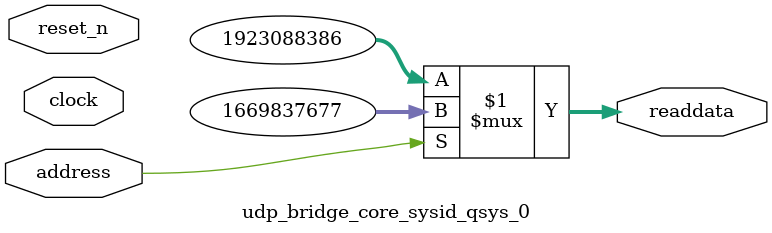
<source format=v>



// synthesis translate_off
`timescale 1ns / 1ps
// synthesis translate_on

// turn off superfluous verilog processor warnings 
// altera message_level Level1 
// altera message_off 10034 10035 10036 10037 10230 10240 10030 

module udp_bridge_core_sysid_qsys_0 (
               // inputs:
                address,
                clock,
                reset_n,

               // outputs:
                readdata
             )
;

  output  [ 31: 0] readdata;
  input            address;
  input            clock;
  input            reset_n;

  wire    [ 31: 0] readdata;
  //control_slave, which is an e_avalon_slave
  assign readdata = address ? 1669837677 : 1923088386;

endmodule



</source>
